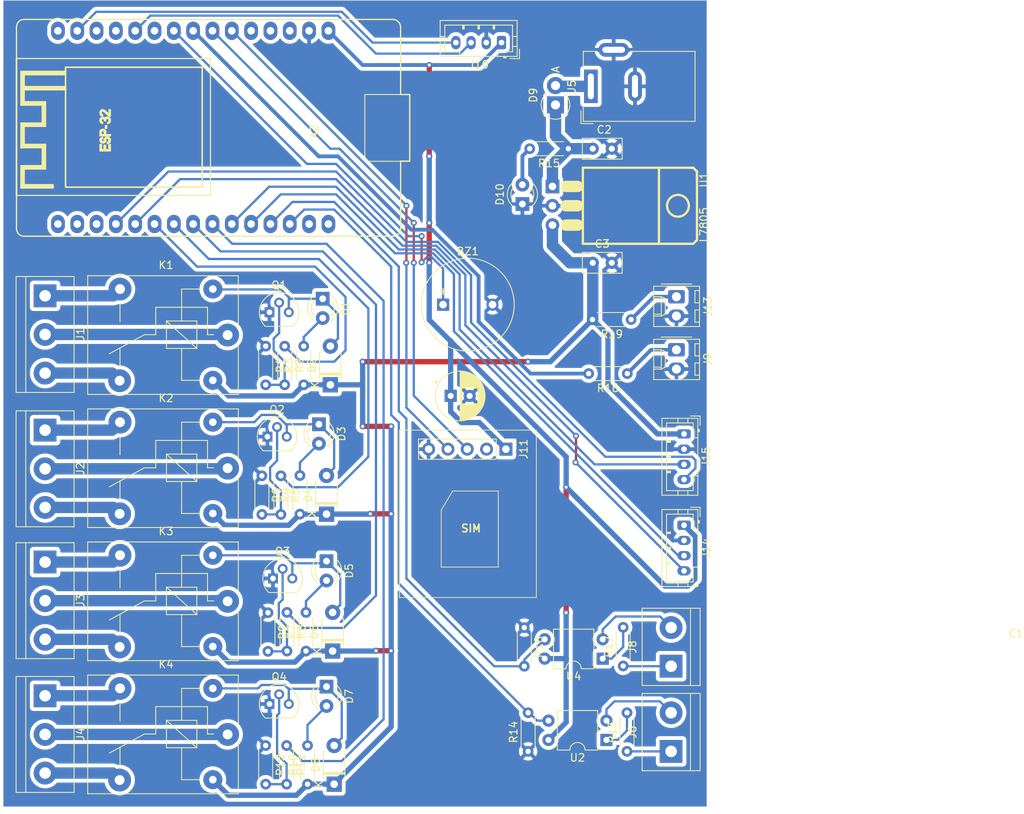
<source format=kicad_pcb>
(kicad_pcb (version 20240108) (generator "pcbnew") (generator_version "8.0")
  (layers (0 "F.Cu" signal) (31 "B.Cu" signal) (34 "B.Paste" user) (35 "F.Paste" user) (36 "B.SilkS" user "B.Silkscreen") (37 "F.SilkS" user "F.Silkscreen") (38 "B.Mask" user) (39 "F.Mask" user) (44 "Edge.Cuts" user))
  (net 0 "")
  (net 1 "GSM_LED")
  (net 2 "+5V")
  (net 3 "Relay_1")
  (net 4 "GSM_RX")
  (net 5 "IN_2")
  (net 6 "SCL")
  (net 7 "GAZ_S_D0")
  (net 9 "GND")
  (net 12 "BUZZER")
  (net 14 "Relay_2")
  (net 15 "FLAME_S_A0")
  (net 16 "GSM_TX")
  (net 20 "FLAME_S_D0")
  (net 21 "SDA")
  (net 22 "GAZ_S_A0")
  (net 23 "Relay_3")
  (net 24 "Relay_4")
  (net 26 "+3V3")
  (net 29 "IN_1")
  (net 30 "+12V")
  (net 31 "Net-(D1-A)")
  (net 32 "Net-(D1-K)")
  (net 33 "Net-(D3-A)")
  (net 34 "Net-(D3-K)")
  (net 35 "Net-(D5-A)")
  (net 36 "Net-(D5-K)")
  (net 37 "Net-(D7-A)")
  (net 38 "Net-(D7-K)")
  (net 39 "Net-(D9-A)")
  (net 40 "Net-(D10-A)")
  (net 41 "COM_4")
  (net 42 "NC_4")
  (net 43 "NO_4")
  (net 44 "NC_3")
  (net 45 "NO_3")
  (net 46 "COM_3")
  (net 47 "NC_2")
  (net 48 "COM_2")
  (net 49 "NO_2")
  (net 50 "NC_1")
  (net 51 "NO_1")
  (net 52 "COM_1")
  (net 53 "Net-(J6-Pin_2)")
  (net 54 "Net-(J6-Pin_1)")
  (net 55 "Net-(J8-Pin_2)")
  (net 56 "Net-(J8-Pin_1)")
  (net 57 "Net-(J9-Pin_1)")
  (net 59 "Net-(J13-Pin_1)")
  (net 60 "Net-(Q1-B)")
  (net 61 "Net-(Q2-B)")
  (net 62 "Net-(Q3-B)")
  (net 63 "Net-(Q4-B)")
  (net 64 "Net-(R13-Pad2)")
  (net 65 "Net-(R17-Pad2)")
  (footprint "Package_TO_SOT_THT:TO-92" (layer "F.Cu") (at 51 77.5)
    (property "Reference" "Q1")
    (property "Value" "2N2222")
  )
  (footprint "Connector_JST:JST_PH_B4B-PH-K_1x04_P2.00mm_Vertical" (layer "F.Cu") (at 105.5 93.5 -90)
    (property "Reference" "J15")
    (property "Value" "GAZ_SENSOR")
  )
  (footprint "Connector_JST:JST_PH_B4B-PH-K_1x04_P2.00mm_Vertical" (layer "F.Cu") (at 105.5 105.5 -90)
    (property "Reference" "J14")
    (property "Value" "FLAME_SENSOR")
  )
  (footprint "TerminalBlock:TerminalBlock_bornier-2_P5.08mm" (layer "F.Cu") (at 103.8 124.035 90)
    (property "Reference" "J8")
    (property "Value" "IN_2")
  )
  (footprint "Capacitor_THT:CP_Radial_D6.3mm_P2.50mm" (layer "F.Cu") (at 74.817621 88.5)
    (property "Reference" "C1")
    (property "Value" "C-polar")
  )
  (footprint "LED_THT:LED_D3.0mm" (layer "F.Cu") (at 57.5 92.225 -90)
    (property "Reference" "D3")
    (property "Value" "LED")
  )
  (footprint "Resistor_THT:R_Axial_DIN0204_L3.6mm_D1.6mm_P5.08mm_Horizontal" (layer "F.Cu") (at 97.5 124 90)
    (property "Reference" "R17")
    (property "Value" "470")
  )
  (footprint "Resistor_THT:R_Axial_DIN0204_L3.6mm_D1.6mm_P5.08mm_Horizontal" (layer "F.Cu") (at 53.3 116.96 -90)
    (property "Reference" "R8")
    (property "Value" "10K")
  )
  (footprint "PCM_4ms_Package_TO:TO-220-3_Horizontal" (layer "F.Cu") (at 88.2 63.5 -90)
    (property "Reference" "U1")
    (property "Value" "L7805")
  )
  (footprint "Resistor_THT:R_Axial_DIN0204_L3.6mm_D1.6mm_P5.08mm_Horizontal" (layer "F.Cu") (at 85 135.23 90)
    (property "Reference" "R14")
    (property "Value" "1K")
  )
  (footprint "Resistor_THT:R_Axial_DIN0204_L3.6mm_D1.6mm_P5.08mm_Horizontal" (layer "F.Cu") (at 56 139.54 90)
    (property "Reference" "R10")
    (property "Value" "330")
  )
  (footprint "Package_DIP:DIP-4_W7.62mm" (layer "F.Cu") (at 95.3 133.73 180)
    (property "Reference" "U2")
    (property "Value" "PC817")
  )
  (footprint "Relay_THT:Relay_SPDT_SANYOU_SRD_Series_Form_C" (layer "F.Cu") (at 45.5 115.5 180)
    (property "Reference" "K3")
    (property "Value" "Relay_2")
  )
  (footprint "Buzzer_Beeper:MagneticBuzzer_ProSignal_ABT-410-RC" (layer "F.Cu") (at 73.820399 76.5)
    (property "Reference" "BZ1")
    (property "Value" "Buzzer_5V")
  )
  (footprint "LED_THT:LED_D3.0mm" (layer "F.Cu") (at 58.5 110.225 -90)
    (property "Reference" "D5")
    (property "Value" "LED")
  )
  (footprint "Resistor_THT:R_Axial_DIN0204_L3.6mm_D1.6mm_P5.08mm_Horizontal" (layer "F.Cu") (at 52.5 99 -90)
    (property "Reference" "R5")
    (property "Value" "10K")
  )
  (footprint "Relay_THT:Relay_SPDT_SANYOU_SRD_Series_Form_C" (layer "F.Cu") (at 45.5 133 180)
    (property "Reference" "K4")
    (property "Value" "Relay_1")
  )
  (footprint "LED_THT:LED_D3.0mm" (layer "F.Cu") (at 58 75.725 -90)
    (property "Reference" "D1")
    (property "Value" "LED")
  )
  (footprint "Connector_PinHeader_2.54mm:PinHeader_1x05_P2.54mm_Vertical" (layer "F.Cu") (at 82.08 95.5 -90)
    (property "Reference" "J11")
    (property "Value" "SIM800L")
  )
  (footprint "Resistor_THT:R_Axial_DIN0204_L3.6mm_D1.6mm_P5.08mm_Horizontal" (layer "F.Cu") (at 98 135.23 90)
    (property "Reference" "R13")
    (property "Value" "470")
  )
  (footprint "Resistor_THT:R_Axial_DIN0204_L3.6mm_D1.6mm_P5.08mm_Horizontal" (layer "F.Cu") (at 50.5 134.46 -90)
    (property "Reference" "R12")
    (property "Value" "10K")
  )
  (footprint "Resistor_THT:R_Axial_DIN0204_L3.6mm_D1.6mm_P5.08mm_Horizontal" (layer "F.Cu") (at 98.04 85.565 180)
    (property "Reference" "R16")
    (property "Value" "330")
  )
  (footprint "Resistor_THT:R_Axial_DIN0204_L3.6mm_D1.6mm_P5.08mm_Horizontal" (layer "F.Cu") (at 53.25 134.46 -90)
    (property "Reference" "R11")
    (property "Value" "10K")
  )
  (footprint "Package_TO_SOT_THT:TO-92" (layer "F.Cu") (at 51 129)
    (property "Reference" "Q4")
    (property "Value" "2N2222")
  )
  (footprint "Connector_BarrelJack:BarrelJack_Wuerth_6941xx301002" (layer "F.Cu") (at 93.25 47.8 90)
    (property "Reference" "J5")
    (property "Value" "PWR_IN")
  )
  (footprint "Resistor_THT:R_Axial_DIN0204_L3.6mm_D1.6mm_P5.08mm_Horizontal" (layer "F.Cu") (at 55.5 87.04 90)
    (property "Reference" "R3")
    (property "Value" "330")
  )
  (footprint "Capacitor_THT:C_Disc_D5.0mm_W2.5mm_P2.50mm" (layer "F.Cu") (at 93.5 71)
    (property "Reference" "C3")
    (property "Value" "100nF")
  )
  (footprint "Connector_Molex:Molex_KK-254_AE-6410-02A_1x02_P2.54mm_Vertical" (layer "F.Cu") (at 104.5 75.46 -90)
    (property "Reference" "J13")
    (property "Value" "PWR_LED")
  )
  (footprint "Diode_THT:D_T-1_P5.08mm_Horizontal" (layer "F.Cu") (at 59.3 122.04 90)
    (property "Reference" "D6")
    (property "Value" "1N47xxA")
  )
  (footprint "Resistor_THT:R_Axial_DIN0204_L3.6mm_D1.6mm_P5.08mm_Horizontal" (layer "F.Cu") (at 53 81.96 -90)
    (property "Reference" "R2")
    (property "Value" "10K")
  )
  (footprint "Resistor_THT:R_Axial_DIN0204_L3.6mm_D1.6mm_P5.08mm_Horizontal" (layer "F.Cu") (at 50 99 -90)
    (property "Reference" "R6")
    (property "Value" "10K")
  )
  (footprint "Resistor_THT:R_Axial_DIN0204_L3.6mm_D1.6mm_P5.08mm_Horizontal" (layer "F.Cu") (at 84.5 118.96 -90)
    (property "Reference" "R18")
    (property "Value" "1K")
  )
  (footprint "Resistor_THT:R_Axial_DIN0204_L3.6mm_D1.6mm_P5.08mm_Horizontal" (layer "F.Cu") (at 90.29 56 180)
    (property "Reference" "R15")
    (property "Value" "330")
  )
  (footprint "Package_TO_SOT_THT:TO-92" (layer "F.Cu") (at 50.73 93.86)
    (property "Reference" "Q2")
    (property "Value" "2N2222")
  )
  (footprint "Resistor_THT:R_Axial_DIN0204_L3.6mm_D1.6mm_P5.08mm_Horizontal" (layer "F.Cu") (at 55 104.04 90)
    (property "Reference" "R4")
    (property "Value" "330")
  )
  (footprint "LED_THT:LED_D3.0mm" (layer "F.Cu") (at 84.25 63.275 90)
    (property "Reference" "D10")
    (property "Value" "LED")
  )
  (footprint "Resistor_THT:R_Axial_DIN0204_L3.6mm_D1.6mm_P5.08mm_Horizontal" (layer "F.Cu") (at 98.54 78.46 180)
    (property "Reference" "R19")
    (property "Value" "330")
  )
  (footprint "Diode_THT:D_T-1_P5.08mm_Horizontal" (layer "F.Cu") (at 58.5 104.04 90)
    (property "Reference" "D4")
    (property "Value" "1N47xxA")
  )
  (footprint "Diode_THT:D_T-1_P5.08mm_Horizontal" (layer "F.Cu") (at 59.5 139.54 90)
    (property "Reference" "D8")
    (property "Value" "1N47xxA")
  )
  (footprint "TerminalBlock:TerminalBlock_bornier-3_P5.08mm" (layer "F.Cu") (at 21.5 110.34 -90)
    (property "Reference" "J3")
    (property "Value" "Relay_2")
  )
  (footprint "Connector_Molex:Molex_KK-254_AE-6410-02A_1x02_P2.54mm_Vertical" (layer "F.Cu") (at 104.5 82.435 -90)
    (property "Reference" "J9")
    (property "Value" "GSM_LED")
  )
  (footprint "TerminalBlock:TerminalBlock_bornier-3_P5.08mm" (layer "F.Cu") (at 21.5 93 -90)
    (property "Reference" "J2")
    (property "Value" "Relay_3")
  )
  (footprint "Resistor_THT:R_Axial_DIN0204_L3.6mm_D1.6mm_P5.08mm_Horizontal" (layer "F.Cu") (at 55.8 122.04 90)
    (property "Reference" "R7")
    (property "Value" "330")
  )
  (footprint "Connector_JST:JST_PH_B4B-PH-K_1x04_P2.00mm_Vertical" (layer "F.Cu") (at 81.5 42.05 180)
    (property "Reference" "J10")
    (property "Value" "I2C_CON")
  )
  (footprint "TerminalBlock:TerminalBlock_bornier-3_P5.08mm" (layer "F.Cu") (at 21.5 75.34 -90)
    (property "Reference" "J1")
    (property "Value" "Relay_4")
  )
  (footprint "TerminalBlock:TerminalBlock_bornier-2_P5.08mm" (layer "F.Cu") (at 103.8 135.23 90)
    (property "Reference" "J6")
    (property "Value" "IN_1")
  )
  (footprint "PCM_SL_Development_Boards:DOIT_ESP32_DEVKIT_30Pins" (layer "F.Cu") (at 58.745 40.5 -90)
    (property "Reference" "A2")
    (property "Value" "ESP32_DevKit_V1_DOIT_30GPIOs")
  )
  (footprint "Relay_THT:Relay_SPDT_SANYOU_SRD_Series_Form_C" (layer "F.Cu") (at 45.5 80.5 180)
    (property "Reference" "K1")
    (property "Value" "Relay_4")
  )
  (footprint "TerminalBlock:TerminalBlock_bornier-3_P5.08mm" (layer "F.Cu") (at 21.5 127.92 -90)
    (property "Reference" "J4")
    (property "Value" "Relay_1")
  )
  (footprint "Capacitor_THT:C_Disc_D5.0mm_W2.5mm_P2.50mm" (layer "F.Cu") (at 93.5 56)
    (property "Reference" "C2")
    (property "Value" "10uF")
  )
  (footprint "LED_THT:LED_D3.0mm" (layer "F.Cu") (at 58.5 126.725 -90)
    (property "Reference" "D7")
    (property "Value" "LED")
  )
  (footprint "Diode_THT:D_T-1_P5.08mm_Horizontal" (layer "F.Cu") (at 59 87.04 90)
    (property "Reference" "D2")
    (property "Value" "1N47xxA")
  )
  (footprint "Diode_THT:D_DO-15_P2.54mm_Vertical_AnodeUp" (layer "F.Cu") (at 88.6 50.24 90)
    (property "Reference" "D9")
    (property "Value" "SS34")
  )
  (footprint "Resistor_THT:R_Axial_DIN0204_L3.6mm_D1.6mm_P5.08mm_Horizontal" (layer "F.Cu") (at 50.5 81.96 -90)
    (property "Reference" "R1")
    (property "Value" "10K")
  )
  (footprint "Package_DIP:DIP-4_W7.62mm" (layer "F.Cu") (at 94.8 123.035 180)
    (property "Reference" "U4")
    (property "Value" "PC817")
  )
  (footprint "Resistor_THT:R_Axial_DIN0204_L3.6mm_D1.6mm_P5.08mm_Horizontal" (layer "F.Cu") (at 50.8 117 -90)
    (property "Reference" "R9")
    (property "Value" "10K")
  )
  (footprint "Relay_THT:Relay_SPDT_SANYOU_SRD_Series_Form_C" (layer "F.Cu") (at 45.5 98 180)
    (property "Reference" "K2")
    (property "Value" "Relay_3")
  )
  (footprint "Package_TO_SOT_THT:TO-92" (layer "F.Cu") (at 51.46 112.5)
    (property "Reference" "Q3")
    (property "Value" "2N2222")
  )
  (gr_line (start 108.5 142.5) (end 16 142.5) (stroke (width 0.1)) (layer "Edge.Cuts"))
  (gr_line (start 108.5 36.5) (end 108.5 142.5) (stroke (width 0.1)) (layer "Edge.Cuts"))
  (gr_line (start 16 142.5) (end 16 36.5) (stroke (width 0.1)) (layer "Edge.Cuts"))
  (gr_line (start 16 36.5) (end 108.5 36.5) (stroke (width 0.1)) (layer "Edge.Cuts"))
  (gr_text "K" (at 56.5 104.04 270) (layer "F.SilkS") (effects (font (size 1 1))))
  (segment (start 57.465 57) (end 40.965 40.5) (width 0.5) (layer "B.Cu") (net 1))
  (segment (start 92.96 85.565) (end 85.315 85.565) (width 0.5) (layer "B.Cu") (net 1))
  (segment (start 78.5 72.762387) (end 72.387613 66.65) (width 0.5) (layer "B.Cu") (net 1))
  (segment (start 85.315 85.565) (end 78.5 78.75) (width 0.5) (layer "B.Cu") (net 1))
  (segment (start 72.387613 66.65) (end 69.65 66.65) (width 0.5) (layer "B.Cu") (net 1))
  (segment (start 78.5 78.75) (end 78.5 72.762387) (width 0.5) (layer "B.Cu") (net 1))
  (segment (start 60 57) (end 57.465 57) (width 0.5) (layer "B.Cu") (net 1))
  (segment (start 69.65 66.65) (end 60 57) (width 0.5) (layer "B.Cu") (net 1))
  (segment (start 64.25 104) (end 67 104) (width 0.7) (layer "F.Cu") (net 2))
  (segment (start 65 122) (end 67 122) (width 0.7) (layer "F.Cu") (net 2))
  (segment (start 63.25 84) (end 85 84) (width 0.7) (layer "F.Cu") (net 2))
  (segment (start 67 92.5) (end 63.25 92.5) (width 0.7) (layer "F.Cu") (net 2))
  (via (at 85 84) (size 0.8) (drill 0.4) (layers "F.Cu" "B.Cu") (net 2))
  (via (at 63.25 92.5) (size 0.8) (drill 0.4) (layers "F.Cu" "B.Cu") (net 2))
  (via (at 63.25 84) (size 0.8) (drill 0.4) (layers "F.Cu" "B.Cu") (net 2))
  (via (at 67 104) (size 0.8) (drill 0.4) (layers "F.Cu" "B.Cu") (net 2))
  (via (at 67 92.5) (size 0.8) (drill 0.4) (layers "F.Cu" "B.Cu") (net 2))
  (via (at 64.25 104) (size 0.8) (drill 0.4) (layers "F.Cu" "B.Cu") (net 2))
  (via (at 65 122) (size 0.8) (drill 0.4) (layers "F.Cu" "B.Cu") (net 2))
  (via (at 67 122) (size 0.8) (drill 0.4) (layers "F.Cu" "B.Cu") (net 2))
  (segment (start 88.2 68.7) (end 90.5 71) (width 1.5) (layer "B.Cu") (net 2))
  (segment (start 67 122) (end 67 104) (width 0.7) (layer "B.Cu") (net 2))
  (segment (start 54.54 141) (end 45.6 141) (width 0.7) (layer "B.Cu") (net 2))
  (segment (start 93.5 78.42) (end 93.46 78.46) (width 1.5) (layer "B.Cu") (net 2))
  (segment (start 55.8 122.04) (end 54.34 123.5) (width 0.7) (layer "B.Cu") (net 2))
  (segment (start 59.5 139.5) (end 59.5 139.54) (width 0.7) (layer "B.Cu") (net 2))
  (segment (start 95.5 87) (end 95.5 80.5) (width 0.7) (layer "B.Cu") (net 2))
  (segment (start 54.34 123.5) (end 45.6 123.5) (width 0.7) (layer "B.Cu") (net 2))
  (segment (start 63.25 87) (end 63.21 87.04) (width 0.7) (layer "B.Cu") (net 2))
  (segment (start 85 84) (end 87.92 84) (width 0.7) (layer "B.Cu") (net 2))
  (segment (start 95.5 80.5) (end 93.46 78.46) (width 0.7) (layer "B.Cu") (net 2))
  (segment (start 59 87.04) (end 55.5 87.04) (width 0.7) (layer "B.Cu") (net 2))
  (segment (start 54.04 88.5) (end 55.5 87.04) (width 0.7) (layer "B.Cu") (net 2))
  (segment (start 93.5 71.5) (end 93.5 78.42) (width 1.5) (layer "B.Cu") (net 2))
  (segment (start 64.25 104) (end 64.21 104.04) (width 0.7) (layer "B.Cu") (net 2))
  (segment (start 64.96 122.04) (end 59.3 122.04) (width 0.7) (layer "B.Cu") (net 2))
  (segment (start 64.21 104.04) (end 58.5 104.04) (width 0.7) (layer "B.Cu") (net 2))
  (segment (start 45.6 88.5) (end 54.04 88.5) (width 0.7) (layer "B.Cu") (net 2))
  (segment (start 59.5 139.54) (end 56 139.54) (width 0.7) (layer "B.Cu") (net 2))
  (segment (start 56 139.54) (end 54.54 141) (width 0.7) (layer "B.Cu") (net 2))
  (segment (start 43.55 103.95) (end 45.1 105.5) (width 0.7) (layer "B.Cu") (net 2))
  (segment (start 105.5 93.5) (end 102 93.5) (width 0.7) (layer "B.Cu") (net 2))
  (segment (start 67 122) (end 67 132) (width 0.7) (layer "B.Cu") (net 2))
  (segment (start 59.3 122.04) (end 55.8 122.04) (width 0.7) (layer "B.Cu") (net 2))
  (segment (start 45.6 123.5) (end 43.55 121.45) (width 0.7) (layer "B.Cu") (net 2))
  (segment (start 90.5 71) (end 93 71) (width 1.5) (layer "B.Cu") (net 2))
  (segment (start 67 104) (end 67 92.5) (width 0.7) (layer "B.Cu") (net 2))
  (segment (start 102 93.5) (end 95.5 87) (width 0.7) (layer "B.Cu") (net 2))
  (segment (start 87.92 84) (end 93.46 78.46) (width 0.7) (layer "B.Cu") (net 2))
  (segment (start 53.54 105.5) (end 55 104.04) (width 0.7) (layer "B.Cu") (net 2))
  (segment (start 67 132) (end 59.5 139.5) (width 0.7) (layer "B.Cu") (net 2))
  (segment (start 63.21 87.04) (end 59 87.04) (width 0.7) (layer "B.Cu") (net 2))
  (segment (start 63.25 92.5) (end 63.25 84) (width 0.7) (layer "B.Cu") (net 2))
  (segment (start 45.6 141) (end 43.55 138.95) (width 0.7) (layer "B.Cu") (net 2))
  (segment (start 58.5 104.04) (end 55 104.04) (width 0.7) (layer "B.Cu") (net 2))
  (segment (start 88.2 66.04) (end 88.2 68.7) (width 1.5) (layer "B.Cu") (net 2))
  (segment (start 93.46 71.46) (end 93.5 71.5) (width 1.5) (layer "B.Cu") (net 2))
  (segment (start 65 122) (end 64.96 122.04) (width 0.7) (layer "B.Cu") (net 2))
  (segment (start 43.55 86.45) (end 45.6 88.5) (width 0.7) (layer "B.Cu") (net 2))
  (segment (start 45.1 105.5) (end 53.54 105.5) (width 0.7) (layer "B.Cu") (net 2))
  (segment (start 55.29 136.5) (end 60.5 136.5) (width 0.3) (layer "B.Cu") (net 3))
  (segment (start 66 76) (end 58.5 68.5) (width 0.3) (layer "B.Cu") (net 3))
  (segment (start 53.25 134.46) (end 55.29 136.5) (width 0.3) (layer "B.Cu") (net 3))
  (segment (start 60.5 136.5) (end 66 131) (width 0.3) (layer "B.Cu") (net 3))
  (segment (start 58.5 68.5) (end 46.105 68.5) (width 0.3) (layer "B.Cu") (net 3))
  (segment (start 66 131) (end 66 76) (width 0.3) (layer "B.Cu") (net 3))
  (segment (start 46.105 68.5) (end 43.505 65.9) (width 0.3) (layer "B.Cu") (net 3))
  (segment (start 69 70.969666) (end 68.969666 71) (width 0.3) (layer "F.Cu") (net 4))
  (segment (start 69 63.5) (end 69 70.969666) (width 0.3) (layer "F.Cu") (net 4))
  (via (at 68.969666 71) (size 0.8) (drill 0.4) (layers "F.Cu" "B.Cu") (net 4))
  (via (at 69 63.5) (size 0.8) (drill 0.4) (layers "F.Cu" "B.Cu") (net 4))
  (segment (start 68.969666 71) (end 69 71.030334) (width 0.3) (layer "B.Cu") (net 4))
  (segment (start 69 90.04) (end 74.46 95.5) (width 0.3) (layer "B.Cu") (net 4))
  (segment (start 69 63.455) (end 46.045 40.5) (width 0.3) (layer "B.Cu") (net 4))
  (segment (start 69 63.5) (end 69 63.455) (width 0.3) (layer "B.Cu") (net 4))
  (segment (start 69 71.030334) (end 69 90.04) (width 0.3) (layer "B.Cu") (net 4))
  (segment (start 69 112.5) (end 80.54 124.04) (width 0.3) (layer "B.Cu") (net 5))
  (segment (start 68 71.5) (end 68 90.5) (width 0.3) (layer "B.Cu") (net 5))
  (segment (start 69 91.5) (end 69 112.5) (width 0.3) (layer "B.Cu") (net 5))
  (segment (start 84.5 123.175) (end 87.18 120.495) (width 0.3) (layer "B.Cu") (net 5))
  (segment (start 54.025 63) (end 59.5 63) (width 0.3) (layer "B.Cu") (net 5))
  (segment (start 80.54 124.04) (end 84.5 124.04) (width 0.3) (layer "B.Cu") (net 5))
  (segment (start 51.125 65.9) (end 54.025 63) (width 0.3) (layer "B.Cu") (net 5))
  (segment (start 84.5 124.04) (end 84.5 123.175) (width 0.3) (layer "B.Cu") (net 5))
  (segment (start 59.5 63) (end 68 71.5) (width 0.3) (layer "B.Cu") (net 5))
  (segment (start 68 90.5) (end 69 91.5) (width 0.3) (layer "B.Cu") (net 5))
  (segment (start 75.5 42.05) (end 64.55 42.05) (width 0.3) (layer "B.Cu") (net 6))
  (segment (start 64.55 42.05) (end 60.5 38) (width 0.3) (layer "B.Cu") (net 6))
  (segment (start 60.5 38) (end 28.225 38) (width 0.3) (layer "B.Cu") (net 6))
  (segment (start 28.225 38) (end 25.725 40.5) (width 0.3) (layer "B.Cu") (net 6))
  (segment (start 72.724873 69.25) (end 76 72.525127) (width 0.3) (layer "B.Cu") (net 7))
  (segment (start 50.945 61) (end 59.75 61) (width 0.3) (layer "B.Cu") (net 7))
  (segment (start 93.734835 97.5) (end 105.5 97.5) (width 0.3) (layer "B.Cu") (net 7))
  (segment (start 46.045 65.9) (end 50.945 61) (width 0.3) (layer "B.Cu") (net 7))
  (segment (start 76 79.765165) (end 93.734835 97.5) (width 0.3) (layer "B.Cu") (net 7))
  (segment (start 59.75 61) (end 68 69.25) (width 0.3) (layer "B.Cu") (net 7))
  (segment (start 68 69.25) (end 72.724873 69.25) (width 0.3) (layer "B.Cu") (net 7))
  (segment (start 76 72.525127) (end 76 79.765165) (width 0.3) (layer "B.Cu") (net 7))
  (segment (start 71 67.5) (end 71 70.939339) (width 0.3) (layer "F.Cu") (net 12))
  (via (at 71 67.5) (size 0.8) (drill 0.4) (layers "F.Cu" "B.Cu") (net 12))
  (via (at 71 70.939339) (size 0.8) (drill 0.4) (layers "F.Cu" "B.Cu") (net 12))
  (segment (start 71 70.939339) (end 71.689339 70.25) (width 0.3) (layer "B.Cu") (net 12))
  (segment (start 55.925 58) (end 38.425 40.5) (width 0.3) (layer "B.Cu") (net 12))
  (segment (start 59.75 58) (end 55.925 58) (width 0.3) (layer "B.Cu") (net 12))
  (segment (start 72.310661 70.25) (end 73.820399 71.759738) (width 0.3) (layer "B.Cu") (net 12))
  (segment (start 69.25 67.5) (end 59.75 58) (width 0.3) (layer "B.Cu") (net 12))
  (segment (start 71 67.5) (end 69.25 67.5) (width 0.3) (layer "B.Cu") (net 12))
  (segment (start 73.820399 71.759738) (end 73.820399 76.5) (width 0.3) (layer "B.Cu") (net 12))
  (segment (start 71.689339 70.25) (end 72.310661 70.25) (width 0.3) (layer "B.Cu") (net 12))
  (segment (start 60.75 119) (end 65 114.75) (width 0.3) (layer "B.Cu") (net 14))
  (segment (start 55.34 119) (end 60.75 119) (width 0.3) (layer "B.Cu") (net 14))
  (segment (start 65 76.5) (end 58 69.5) (width 0.3) (layer "B.Cu") (net 14))
  (segment (start 65 114.75) (end 65 76.5) (width 0.3) (layer "B.Cu") (net 14))
  (segment (start 53.3 116.96) (end 55.34 119) (width 0.3) (layer "B.Cu") (net 14))
  (segment (start 44.565 69.5) (end 40.965 65.9) (width 0.3) (layer "B.Cu") (net 14))
  (segment (start 58 69.5) (end 44.565 69.5) (width 0.3) (layer "B.Cu") (net 14))
  (segment (start 91.296752 93.75) (end 91.296752 97.189338) (width 0.3) (layer "F.Cu") (net 15))
  (segment (start 91.296752 97.189338) (end 91.243045 97.243045) (width 0.3) (layer "F.Cu") (net 15))
  (via (at 91.296752 93.75) (size 0.8) (drill 0.4) (layers "F.Cu" "B.Cu") (net 15))
  (via (at 91.243045 97.243045) (size 0.8) (drill 0.4) (layers "F.Cu" "B.Cu") (net 15))
  (segment (start 68.5 68.75) (end 59.75 60) (width 0.3) (layer "B.Cu") (net 15))
  (segment (start 72.931979 68.75) (end 68.5 68.75) (width 0.3) (layer "B.Cu") (net 15))
  (segment (start 39.245 60) (end 33.345 65.9) (width 0.3) (layer "B.Cu") (net 15))
  (segment (start 59.75 60) (end 39.245 60) (width 0.3) (layer "B.Cu") (net 15))
  (segment (start 91.296752 93.75) (end 76.75 79.203248) (width 0.3) (layer "B.Cu") (net 15))
  (segment (start 91.243045 97.243045) (end 105.5 111.5) (width 0.3) (layer "B.Cu") (net 15))
  (segment (start 76.75 72.568021) (end 72.931979 68.75) (width 0.3) (layer "B.Cu") (net 15))
  (segment (start 76.75 79.203248) (end 76.75 72.568021) (width 0.3) (layer "B.Cu") (net 15))
  (segment (start 69.969669 71) (end 69.969669 65.75) (width 0.3) (layer "F.Cu") (net 16))
  (via (at 69.969669 71) (size 0.8) (drill 0.4) (layers "F.Cu" "B.Cu") (net 16))
  (via (at 69.969669 65.75) (size 0.8) (drill 0.4) (layers "F.Cu" "B.Cu") (net 16))
  (segment (start 59.005 56) (end 43.505 40.5) (width 0.3) (layer "B.Cu") (net 16))
  (segment (start 60.219669 56) (end 59.005 56) (width 0.3) (layer "B.Cu") (net 16))
  (segment (start 69.969669 71) (end 69.969669 88.469669) (width 0.3) (layer "B.Cu") (net 16))
  (segment (start 69.969669 88.469669) (end 77 95.5) (width 0.3) (layer "B.Cu") (net 16))
  (segment (start 69.969669 65.75) (end 60.219669 56) (width 0.3) (layer "B.Cu") (net 16))
  (segment (start 72.517767 69.75) (end 75.25 72.482233) (width 0.3) (layer "B.Cu") (net 20))
  (segment (start 48.585 65.9) (end 52.485 62) (width 0.3) (layer "B.Cu") (net 20))
  (segment (start 75.25 80) (end 104.75 109.5) (width 0.3) (layer "B.Cu") (net 20))
  (segment (start 52.485 62) (end 59.75 62) (width 0.3) (layer "B.Cu") (net 20))
  (segment (start 104.75 109.5) (end 105.5 109.5) (width 0.3) (layer "B.Cu") (net 20))
  (segment (start 67.5 69.75) (end 72.517767 69.75) (width 0.3) (layer "B.Cu") (net 20))
  (segment (start 75.25 72.482233) (end 75.25 80) (width 0.3) (layer "B.Cu") (net 20))
  (segment (start 59.75 62) (end 67.5 69.75) (width 0.3) (layer "B.Cu") (net 20))
  (segment (start 60 38.5) (end 35.345 38.5) (width 0.3) (layer "B.Cu") (net 21))
  (segment (start 35.345 38.5) (end 33.345 40.5) (width 0.3) (layer "B.Cu") (net 21))
  (segment (start 76.05 43.5) (end 65 43.5) (width 0.3) (layer "B.Cu") (net 21))
  (segment (start 65 43.5) (end 60 38.5) (width 0.3) (layer "B.Cu") (net 21))
  (segment (start 77.5 42.05) (end 76.05 43.5) (width 0.3) (layer "B.Cu") (net 21))
  (segment (start 30.805 65.9) (end 37.705 59) (width 0.3) (layer "B.Cu") (net 22))
  (segment (start 59.75 59) (end 69 68.25) (width 0.3) (layer "B.Cu") (net 22))
  (segment (start 107 96.940748) (end 107 98) (width 0.3) (layer "B.Cu") (net 22))
  (segment (start 37.705 59) (end 59.75 59) (width 0.3) (layer "B.Cu") (net 22))
  (segment (start 95.151472 96.5) (end 106.559252 96.5) (width 0.3) (layer "B.Cu") (net 22))
  (segment (start 107 98) (end 105.5 99.5) (width 0.3) (layer "B.Cu") (net 22))
  (segment (start 106.559252 96.5) (end 107 96.940748) (width 0.3) (layer "B.Cu") (net 22))
  (segment (start 77.5 78.848528) (end 95.151472 96.5) (width 0.3) (layer "B.Cu") (net 22))
  (segment (start 77.5 72.610915) (end 77.5 78.848528) (width 0.3) (layer "B.Cu") (net 22))
  (segment (start 73.139085 68.25) (end 77.5 72.610915) (width 0.3) (layer "B.Cu") (net 22))
  (segment (start 69 68.25) (end 73.139085 68.25) (width 0.3) (layer "B.Cu") (net 22))
  (segment (start 43.025 70.5) (end 38.425 65.9) (width 0.3) (layer "B.Cu") (net 23))
  (segment (start 60 100.5) (end 64 96.5) (width 0.3) (layer "B.Cu") (net 23))
  (segment (start 64 96.5) (end 64 77) (width 0.3) (layer "B.Cu") (net 23))
  (segment (start 64 77) (end 57.5 70.5) (width 0.3) (layer "B.Cu") (net 23))
  (segment (start 52.5 99) (end 54 100.5) (width 0.3) (layer "B.Cu") (net 23))
  (segment (start 57.5 70.5) (end 43.025 70.5) (width 0.3) (layer "B.Cu") (net 23))
  (segment (start 54 100.5) (end 60 100.5) (width 0.3) (layer "B.Cu") (net 23))
  (segment (start 57 71.5) (end 41.485 71.5) (width 0.3) (layer "B.Cu") (net 24))
  (segment (start 55.04 84) (end 59.5 84) (width 0.3) (layer "B.Cu") (net 24))
  (segment (start 61 75.5) (end 57 71.5) (width 0.3) (layer "B.Cu") (net 24))
  (segment (start 59.5 84) (end 61 82.5) (width 0.3) (layer "B.Cu") (net 24))
  (segment (start 53 81.96) (end 55.04 84) (width 0.3) (layer "B.Cu") (net 24))
  (segment (start 61 82.5) (end 61 75.5) (width 0.3) (layer "B.Cu") (net 24))
  (segment (start 41.485 71.5) (end 35.885 65.9) (width 0.3) (layer "B.Cu") (net 24))
  (segment (start 72 65.75) (end 72 71) (width 0.7) (layer "F.Cu") (net 26))
  (segment (start 72 57) (end 72 45) (width 0.7) (layer "F.Cu") (net 26))
  (segment (start 90 117) (end 90 100.5) (width 0.7) (layer "F.Cu") (net 26))
  (segment (start 82 95.42) (end 82.08 95.5) (width 0.7) (layer "F.Cu") (net 26))
  (via (at 72 57) (size 0.8) (drill 0.4) (layers "F.Cu" "B.Cu") (net 26))
  (via (at 90 117) (size 0.8) (drill 0.4) (layers "F.Cu" "B.Cu") (net 26))
  (via (at 90 100.5) (size 0.8) (drill 0.4) (layers "F.Cu" "B.Cu") (net 26))
  (via (at 72 71) (size 0.8) (drill 0.4) (layers "F.Cu" "B.Cu") (net 26))
  (via (at 72 65.75) (size 0.8) (drill 0.4) (layers "F.Cu" "B.Cu") (net 26))
  (via (at 72 45) (size 0.8) (drill 0.4) (layers "F.Cu" "B.Cu") (net 26))
  (segment (start 70.5 45) (end 63.245 45) (width 0.5) (layer "B.Cu") (net 26))
  (segment (start 90 123.035) (end 87.18 123.035) (width 0.7) (layer "B.Cu") (net 26))
  (segment (start 76.25 92) (end 74.817621 90.567621) (width 0.7) (layer "B.Cu") (net 26))
  (segment (start 106 113.5) (end 103 113.5) (width 0.7) (layer "B.Cu") (net 26))
  (segment (start 90 96.5) (end 90 100.5) (width 0.7) (layer "B.Cu") (net 26))
  (segment (start 78.55 45) (end 72 45) (width 0.5) (layer "B.Cu") (net 26))
  (segment (start 72 45) (end 70.5 45) (width 0.5) (layer "B.Cu") (net 26))
  (segment (start 81.5 42.05) (end 78.55 45) (width 0.5) (layer "B.Cu") (net 26))
  (segment (start 105.5 105.5) (end 107 107) (width 0.7) (layer "B.Cu") (net 26))
  (segment (start 72 71) (end 72 78.5) (width 0.7) (layer "B.Cu") (net 26))
  (segment (start 63.245 45) (end 58.745 40.5) (width 0.5) (layer "B.Cu") (net 26))
  (segment (start 107 112.5) (end 106 113.5) (width 0.7) (layer "B.Cu") (net 26))
  (segment (start 87.68 133.73) (end 90 131.41) (width 0.7) (layer "B.Cu") (net 26))
  (segment (start 74.817621 90.567621) (end 74.817621 81.255121) (width 0.7) (layer "B.Cu") (net 26))
  (segment (start 72 65.75) (end 72 57) (width 0.7) (layer "B.Cu") (net 26))
  (segment (start 90 123.035) (end 90 117) (width 0.7) (layer "B.Cu") (net 26))
  (segment (start 78.58 92) (end 76.25 92) (width 0.7) (layer "B.Cu") (net 26))
  (segment (start 107 107) (end 107 112.5) (width 0.7) (layer "B.Cu") (net 26))
  (segment (start 72 78.5) (end 90 96.5) (width 0.7) (layer "B.Cu") (net 26))
  (segment (start 74.817621 81.255121) (end 74.8125 81.25) (width 0.7) (layer "B.Cu") (net 26))
  (segment (start 82.08 95.5) (end 78.58 92) (width 0.7) (layer "B.Cu") (net 26))
  (segment (start 103 113.5) (end 90 100.5) (width 0.7) (layer "B.Cu") (net 26))
  (segment (start 90 131.41) (end 90 123.035) (width 0.7) (layer "B.Cu") (net 26))
  (segment (start 85 130.15) (end 85.15 130.15) (width 0.3) (layer "F.Cu") (net 29))
  (segment (start 53.665 65.9) (end 55.565 64) (width 0.3) (layer "B.Cu") (net 29))
  (segment (start 68 92) (end 68 113.15) (width 0.3) (layer "B.Cu") (net 29))
  (segment (start 59.5 64) (end 67 71.5) (width 0.3) (layer "B.Cu") (net 29))
  (segment (start 67 71.5) (end 67 91) (width 0.3) (layer "B.Cu") (net 29))
  (segment (start 68 113.15) (end 85 130.15) (width 0.3) (layer "B.Cu") (net 29))
  (segment (start 85.15 130.15) (end 86.19 131.19) (width 0.3) (layer "B.Cu") (net 29))
  (segment (start 67 91) (end 68 92) (width 0.3) (layer "B.Cu") (net 29))
  (segment (start 86.19 131.19) (end 87.68 131.19) (width 0.3) (layer "B.Cu") (net 29))
  (segment (start 55.565 64) (end 59.5 64) (width 0.3) (layer "B.Cu") (net 29))
  (segment (start 88.2 60.96) (end 88.2 58.09) (width 1.5) (layer "B.Cu") (net 30))
  (segment (start 88.2 58.09) (end 90.29 56) (width 1.5) (layer "B.Cu") (net 30))
  (segment (start 90.29 56) (end 93.5 56) (width 1.5) (layer "B.Cu") (net 30))
  (segment (start 88.6 50.24) (end 88.6 54.31) (width 1.5) (layer "B.Cu") (net 30))
  (segment (start 88.6 54.31) (end 90.29 56) (width 1.5) (layer "B.Cu") (net 30))
  (segment (start 58 78.265) (end 55.5 80.765) (width 0.3) (layer "B.Cu") (net 31))
  (segment (start 55.5 80.765) (end 55.5 81.96) (width 0.3) (layer "B.Cu") (net 31))
  (segment (start 58 75.725) (end 58 75.5) (width 0.3) (layer "F.Cu") (net 32))
  (segment (start 43.6 74.5) (end 43.55 74.45) (width 0.3) (layer "B.Cu") (net 32))
  (segment (start 59 81.96) (end 60 80.96) (width 0.3) (layer "B.Cu") (net 32))
  (segment (start 60 80.96) (end 60 77.725) (width 0.3) (layer "B.Cu") (net 32))
  (segment (start 60 77.725) (end 58 75.725) (width 0.3) (layer "B.Cu") (net 32))
  (segment (start 53.725 75.725) (end 53.54 75.54) (width 0.3) (layer "B.Cu") (net 32))
  (segment (start 53.54 75.54) (end 52.5 74.5) (width 0.3) (layer "B.Cu") (net 32))
  (segment (start 53.54 76.04) (end 53.54 75.54) (width 0.3) (layer "B.Cu") (net 32))
  (segment (start 53.54 77.5) (end 53.54 76.04) (width 0.3) (layer "B.Cu") (net 32))
  (segment (start 52.5 74.5) (end 43.6 74.5) (width 0.3) (layer "B.Cu") (net 32))
  (segment (start 58 75.725) (end 53.725 75.725) (width 0.3) (layer "B.Cu") (net 32))
  (segment (start 55 98.96) (end 55 97.265) (width 0.3) (layer "B.Cu") (net 33))
  (segment (start 55 97.265) (end 57.5 94.765) (width 0.3) (layer "B.Cu") (net 33))
  (segment (start 49.95 91) (end 49 91.95) (width 0.3) (layer "B.Cu") (net 34))
  (segment (start 57.5 92.225) (end 53.137106 92.225) (width 0.3) (layer "B.Cu") (net 34))
  (segment (start 59.5 94.225) (end 59.5 97.96) (width 0.3) (layer "B.Cu") (net 34))
  (segment (start 53.27 92.357893) (end 52.956053 92.043947) (width 0.3) (layer "B.Cu") (net 34))
  (segment (start 51.912106 91) (end 49.95 91) (width 0.3) (layer "B.Cu") (net 34))
  (segment (start 57.5 92.225) (end 59.5 94.225) (width 0.3) (layer "B.Cu") (net 34))
  (segment (start 53.137106 92.225) (end 52.956053 92.043947) (width 0.3) (layer "B.Cu") (net 34))
  (segment (start 49 91.95) (end 43.55 91.95) (width 0.3) (layer "B.Cu") (net 34))
  (segment (start 52.956053 92.043947) (end 51.912106 91) (width 0.3) (layer "B.Cu") (net 34))
  (segment (start 53.27 93.86) (end 53.27 92.357893) (width 0.3) (layer "B.Cu") (net 34))
  (segment (start 59.5 97.96) (end 58.5 98.96) (width 0.3) (layer "B.Cu") (net 34))
  (segment (start 55.8 116.96) (end 55.8 115.465) (width 0.3) (layer "B.Cu") (net 35))
  (segment (start 55.8 115.465) (end 58.5 112.765) (width 0.3) (layer "B.Cu") (net 35))
  (segment (start 60.3 112.025) (end 60.3 115.96) (width 0.3) (layer "B.Cu") (net 36))
  (segment (start 54 112.5) (end 54 110.5) (width 0.3) (layer "B.Cu") (net 36))
  (segment (start 54 110.5) (end 52.95 109.45) (width 0.3) (layer "B.Cu") (net 36))
  (segment (start 52.95 109.45) (end 43.55 109.45) (width 0.3) (layer "B.Cu") (net 36))
  (segment (start 58.5 110.225) (end 58.225 110.5) (width 0.3) (layer "B.Cu") (net 36))
  (segment (start 58.225 110.5) (end 54 110.5) (width 0.3) (layer "B.Cu") (net 36))
  (segment (start 58.5 110.225) (end 60.3 112.025) (width 0.3) (layer "B.Cu") (net 36))
  (segment (start 60.3 115.96) (end 59.3 116.96) (width 0.3) (layer "B.Cu") (net 36))
  (segment (start 56 134.46) (end 56 131.765) (width 0.3) (layer "B.Cu") (net 37))
  (segment (start 56 131.765) (end 58.5 129.265) (width 0.3) (layer "B.Cu") (net 37))
  (segment (start 49.5 126.95) (end 43.55 126.95) (width 0.3) (layer "B.Cu") (net 38))
  (segment (start 58.225 127) (end 53.5 127) (width 0.3) (layer "B.Cu") (net 38))
  (segment (start 60.5 128.725) (end 58.5 126.725) (width 0.3) (layer "B.Cu") (net 38))
  (segment (start 58.5 126.725) (end 58.225 127) (width 0.3) (layer "B.Cu") (net 38))
  (segment (start 49.95 126.5) (end 49.5 126.95) (width 0.3) (layer "B.Cu") (net 38))
  (segment (start 59.5 134.46) (end 60.5 133.46) (width 0.3) (layer "B.Cu") (net 38))
  (segment (start 53.54 129) (end 53.54 127.04) (width 0.3) (layer "B.Cu") (net 38))
  (segment (start 53 126.5) (end 49.95 126.5) (width 0.3) (layer "B.Cu") (net 38))
  (segment (start 60.5 133.46) (end 60.5 128.725) (width 0.3) (layer "B.Cu") (net 38))
  (segment (start 53.54 127.04) (end 53 126.5) (width 0.3) (layer "B.Cu") (net 38))
  (segment (start 88.7 47.8) (end 88.6 47.7) (width 1.5) (layer "F.Cu") (net 39))
  (segment (start 93.25 47.8) (end 88.7 47.8) (width 1.5) (layer "B.Cu") (net 39))
  (segment (start 84.25 56.96) (end 85.21 56) (width 0.5) (layer "B.Cu") (net 40))
  (segment (start 84.25 60.735) (end 84.25 56.96) (width 0.5) (layer "B.Cu") (net 40))
  (segment (start 45.5 80.5) (end 45 80.5) (width 1.5) (layer "F.Cu") (net 41))
  (segment (start 45 80.5) (end 44.92 80.42) (width 1.5) (layer "F.Cu") (net 41))
  (segment (start 44.92 80.42) (end 21.5 80.42) (width 1.5) (layer "B.Cu") (net 41))
  (segment (start 21.5 85.5) (end 30.3 85.5) (width 1.5) (layer "B.Cu") (net 42))
  (segment (start 30.3 85.5) (end 31.3 86.5) (width 1.5) (layer "B.Cu") (net 42))
  (segment (start 30.46 75.34) (end 31.35 74.45) (width 1.5) (layer "B.Cu") (net 43))
  (segment (start 21.5 75.34) (end 30.46 75.34) (width 1.5) (layer "B.Cu") (net 43))
  (segment (start 30.46 103.16) (end 31.3 104) (width 1.5) (layer "B.Cu") (net 44))
  (segment (start 21.5 103.16) (end 30.46 103.16) (width 1.5) (layer "B.Cu") (net 44))
  (segment (start 30.3 93) (end 31.35 91.95) (width 1.5) (layer "B.Cu") (net 45))
  (segment (start 21.5 93) (end 30.3 93) (width 1.5) (layer "B.Cu") (net 45))
  (segment (start 45.42 98.08) (end 45.5 98) (width 1.5) (layer "F.Cu") (net 46))
  (segment (start 21.5 98.08) (end 45.42 98.08) (width 1.5) (layer "B.Cu") (net 46))
  (segment (start 21.5 120.5) (end 30.3 120.5) (width 1.5) (layer "B.Cu") (net 47))
  (segment (start 30.3 120.5) (end 31.3 121.5) (width 1.5) (layer "B.Cu") (net 47))
  (segment (start 45.42 115.42) (end 45.5 115.5) (width 1.5) (layer "F.Cu") (net 48))
  (segment (start 21.5 115.42) (end 45.42 115.42) (width 1.5) (layer "B.Cu") (net 48))
  (segment (start 21.5 110.34) (end 30.46 110.34) (width 1.5) (layer "B.Cu") (net 49))
  (segment (start 30.46 110.34) (end 31.35 109.45) (width 1.5) (layer "B.Cu") (net 49))
  (segment (start 21.5 138.08) (end 30.38 138.08) (width 1.5) (layer "B.Cu") (net 50))
  (segment (start 30.38 138.08) (end 31.3 139) (width 1.5) (layer "B.Cu") (net 50))
  (segment (start 30.38 127.92) (end 31.35 126.95) (width 1.5) (layer "B.Cu") (net 51))
  (segment (start 21.5 127.92) (end 30.38 127.92) (width 1.5) (layer "B.Cu") (net 51))
  (segment (start 21.5 133) (end 45.5 133) (width 1.5) (layer "B.Cu") (net 52))
  (segment (start 102.3 128.65) (end 96.35 128.65) (width 0.3) (layer "B.Cu") (net 53))
  (segment (start 96.35 128.65) (end 95.3 129.7) (width 0.3) (layer "B.Cu") (net 53))
  (segment (start 103.8 130.15) (end 102.3 128.65) (width 0.3) (layer "B.Cu") (net 53))
  (segment (start 95.3 129.7) (end 95.3 131.19) (width 0.3) (layer "B.Cu") (net 53))
  (segment (start 98 135.23) (end 103.8 135.23) (width 0.3) (layer "B.Cu") (net 54))
  (segment (start 94.8 119.2) (end 94.8 120.495) (width 0.3) (layer "B.Cu") (net 55))
  (segment (start 102.345 117.5) (end 96.5 117.5) (width 0.3) (layer "B.Cu") (net 55))
  (segment (start 96.5 117.5) (end 94.8 119.2) (width 0.3) (layer "B.Cu") (net 55))
  (segment (start 103.8 118.955) (end 102.345 117.5) (width 0.3) (layer "B.Cu") (net 55))
  (segment (start 97.535 124.035) (end 97.5 124) (width 0.3) (layer "F.Cu") (net 56))
  (segment (start 103.8 124.035) (end 97.535 124.035) (width 0.3) (layer "B.Cu") (net 56))
  (segment (start 104.5 82.435) (end 101.17 82.435) (width 0.5) (layer "B.Cu") (net 57))
  (segment (start 101.17 82.435) (end 98.04 85.565) (width 0.5) (layer "B.Cu") (net 57))
  (segment (start 104.5 75.46) (end 101.54 75.46) (width 0.5) (layer "B.Cu") (net 59))
  (segment (start 101.54 75.46) (end 98.54 78.46) (width 0.5) (layer "B.Cu") (net 59))
  (segment (start 53 84) (end 53 87.04) (width 0.3) (layer "B.Cu") (net 60))
  (segment (start 50.5 87.04) (end 53 87.04) (width 0.3) (layer "B.Cu") (net 60))
  (segment (start 51.55 80.95) (end 51.55 82.55) (width 0.3) (layer "B.Cu") (net 60))
  (segment (start 52.27 80.23) (end 51.55 80.95) (width 0.3) (layer "B.Cu") (net 60))
  (segment (start 51.55 82.55) (end 53 84) (width 0.3) (layer "B.Cu") (net 60))
  (segment (start 52.27 76.23) (end 52.27 80.23) (width 0.3) (layer "B.Cu") (net 60))
  (segment (start 52.5 101) (end 51.080001 99.580001) (width 0.3) (layer "B.Cu") (net 61))
  (segment (start 52 97) (end 52 92.59) (width 0.3) (layer "B.Cu") (net 61))
  (segment (start 52.5 104.08) (end 50 104.08) (width 0.3) (layer "B.Cu") (net 61))
  (segment (start 51.080001 97.919999) (end 52 97) (width 0.3) (layer "B.Cu") (net 61))
  (segment (start 51.080001 99.580001) (end 51.080001 97.919999) (width 0.3) (layer "B.Cu") (net 61))
  (segment (start 52.5 104.08) (end 52.5 101) (width 0.3) (layer "B.Cu") (net 61))
  (segment (start 53.26 122.08) (end 53.3 122.04) (width 0.3) (layer "F.Cu") (net 62))
  (segment (start 52.23 117.73) (end 52.23 115.77) (width 0.3) (layer "B.Cu") (net 62))
  (segment (start 53.3 122.04) (end 53.3 118.8) (width 0.3) (layer "B.Cu") (net 62))
  (segment (start 53.3 118.8) (end 52.23 117.73) (width 0.3) (layer "B.Cu") (net 62))
  (segment (start 52.23 115.77) (end 52.73 115.27) (width 0.3) (layer "B.Cu") (net 62))
  (segment (start 52.73 115.27) (end 52.73 111.23) (width 0.3) (layer "B.Cu") (net 62))
  (segment (start 50.8 122.08) (end 53.26 122.08) (width 0.3) (layer "B.Cu") (net 62))
  (segment (start 52.27 127.73) (end 52.27 130.23) (width 0.3) (layer "B.Cu") (net 63))
  (segment (start 52 130.5) (end 52 135.597463) (width 0.3) (layer "B.Cu") (net 63))
  (segment (start 53.25 136.847463) (end 53.25 139.54) (width 0.3) (layer "B.Cu") (net 63))
  (segment (start 50.5 139.54) (end 53.25 139.54) (width 0.3) (layer "B.Cu") (net 63))
  (segment (start 52.27 130.23) (end 52 130.5) (width 0.3) (layer "B.Cu") (net 63))
  (segment (start 52 135.597463) (end 53.25 136.847463) (width 0.3) (layer "B.Cu") (net 63))
  (segment (start 96.77 133.73) (end 98 132.5) (width 0.3) (layer "B.Cu") (net 64))
  (segment (start 95.3 133.73) (end 96.77 133.73) (width 0.3) (layer "B.Cu") (net 64))
  (segment (start 98 132.5) (end 98 130.15) (width 0.3) (layer "B.Cu") (net 64))
  (segment (start 94.8 123.035) (end 95.965 123.035) (width 0.3) (layer "B.Cu") (net 65))
  (segment (start 95.965 123.035) (end 97.5 121.5) (width 0.3) (layer "B.Cu") (net 65))
  (segment (start 97.5 121.5) (end 97.5 118.92) (width 0.3) (layer "B.Cu") (net 65))
  (zone (net 9) (net_name "GND") (layer "B.Cu") (connect_pads (clearance 0.5)) (min_thickness 0.25) (fill yes (thermal_gap 0.5) (thermal_bridge_width 0.5))
    (polygon (pts (xy 16 36.5) (xy 109 36.5) (xy 109 142.5) (xy 16 142.5)))
  )
)
</source>
